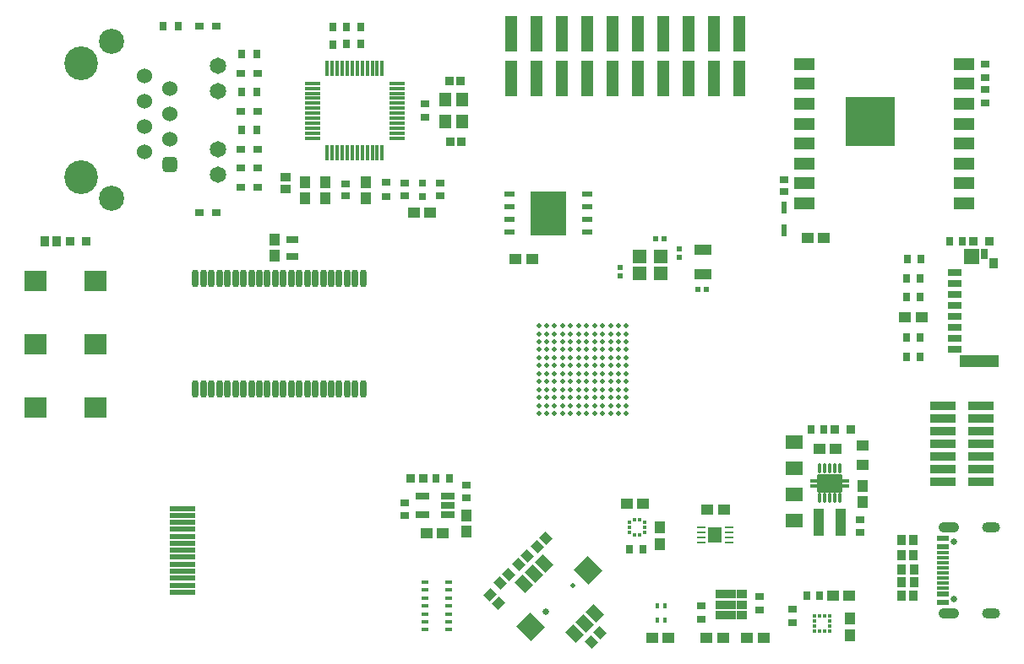
<source format=gts>
G04*
G04 #@! TF.GenerationSoftware,Altium Limited,Altium Designer,24.0.1 (36)*
G04*
G04 Layer_Color=8388736*
%FSLAX44Y44*%
%MOMM*%
G71*
G04*
G04 #@! TF.SameCoordinates,043D453D-7082-4CC0-88CE-E1747F565096*
G04*
G04*
G04 #@! TF.FilePolarity,Negative*
G04*
G01*
G75*
%ADD26R,0.6587X0.8121*%
%ADD35R,0.3000X0.5000*%
%ADD36R,0.7500X0.3500*%
%ADD44R,0.8611X0.2393*%
G04:AMPARAMS|DCode=45|XSize=0.8611mm|YSize=0.2393mm|CornerRadius=0.1196mm|HoleSize=0mm|Usage=FLASHONLY|Rotation=0.000|XOffset=0mm|YOffset=0mm|HoleType=Round|Shape=RoundedRectangle|*
%AMROUNDEDRECTD45*
21,1,0.8611,0.0000,0,0,0.0*
21,1,0.6218,0.2393,0,0,0.0*
1,1,0.2393,0.3109,0.0000*
1,1,0.2393,-0.3109,0.0000*
1,1,0.2393,-0.3109,0.0000*
1,1,0.2393,0.3109,0.0000*
%
%ADD45ROUNDEDRECTD45*%
%ADD50R,1.8000X1.0000*%
%ADD51R,1.2000X1.4000*%
%ADD55R,1.1581X1.0121*%
%ADD56R,1.0121X1.1581*%
%ADD57R,0.8121X0.7581*%
%ADD58R,0.7581X0.8121*%
%ADD59R,0.8065X0.8682*%
%ADD60R,0.6153X0.5725*%
%ADD61R,0.5725X0.6153*%
%ADD62R,1.8000X1.4000*%
%ADD63R,0.8000X0.9000*%
%ADD64R,0.9311X0.8121*%
%ADD65R,0.9000X0.7500*%
%ADD66R,0.9000X0.8000*%
%ADD70R,0.7000X0.6500*%
%ADD73R,1.1500X0.6000*%
%ADD74R,1.1500X0.3000*%
%ADD75R,1.2700X3.6800*%
%ADD78R,0.8121X0.6587*%
%ADD82R,1.2000X1.0000*%
%ADD83R,0.9000X0.8000*%
%ADD84R,0.8000X0.9000*%
%ADD86R,0.8770X0.9770*%
%ADD87R,2.2016X2.1016*%
%ADD88R,1.3500X0.7000*%
%ADD89R,1.5000X1.5500*%
%ADD90R,0.7000X1.1000*%
%ADD91R,0.9500X1.0500*%
%ADD92R,3.8900X1.3000*%
%ADD93R,1.0000X0.9500*%
%ADD94R,0.4020X0.3770*%
%ADD95R,0.3770X0.4020*%
%ADD96R,0.3750X0.3500*%
%ADD97R,0.3500X0.3750*%
%ADD98R,1.3770X0.7770*%
%ADD99C,0.4770*%
G04:AMPARAMS|DCode=100|XSize=0.42mm|YSize=0.99mm|CornerRadius=0.1204mm|HoleSize=0mm|Usage=FLASHONLY|Rotation=180.000|XOffset=0mm|YOffset=0mm|HoleType=Round|Shape=RoundedRectangle|*
%AMROUNDEDRECTD100*
21,1,0.4200,0.7492,0,0,180.0*
21,1,0.1792,0.9900,0,0,180.0*
1,1,0.2408,-0.0896,0.3746*
1,1,0.2408,0.0896,0.3746*
1,1,0.2408,0.0896,-0.3746*
1,1,0.2408,-0.0896,-0.3746*
%
%ADD100ROUNDEDRECTD100*%
G04:AMPARAMS|DCode=101|XSize=1.79mm|YSize=2.54mm|CornerRadius=0.1195mm|HoleSize=0mm|Usage=FLASHONLY|Rotation=90.000|XOffset=0mm|YOffset=0mm|HoleType=Round|Shape=RoundedRectangle|*
%AMROUNDEDRECTD101*
21,1,1.7900,2.3010,0,0,90.0*
21,1,1.5510,2.5400,0,0,90.0*
1,1,0.2390,1.1505,0.7755*
1,1,0.2390,1.1505,-0.7755*
1,1,0.2390,-1.1505,-0.7755*
1,1,0.2390,-1.1505,0.7755*
%
%ADD101ROUNDEDRECTD101*%
%ADD102R,4.9000X4.9000*%
%ADD103R,2.1000X1.3000*%
%ADD104R,1.4000X1.6000*%
%ADD105R,1.0770X0.5770*%
%ADD106R,3.5770X4.4770*%
%ADD107O,0.6770X1.7770*%
%ADD108R,1.4270X1.3270*%
%ADD109R,1.6020X0.4270*%
%ADD110R,0.4270X1.6020*%
%ADD111R,0.6270X1.2270*%
%ADD112R,1.1770X0.7770*%
%ADD113R,2.6000X0.8500*%
%ADD114R,0.9270X0.9270*%
G04:AMPARAMS|DCode=115|XSize=1.477mm|YSize=1.127mm|CornerRadius=0mm|HoleSize=0mm|Usage=FLASHONLY|Rotation=315.000|XOffset=0mm|YOffset=0mm|HoleType=Round|Shape=Rectangle|*
%AMROTATEDRECTD115*
4,1,4,-0.9207,0.1237,-0.1237,0.9207,0.9207,-0.1237,0.1237,-0.9207,-0.9207,0.1237,0.0*
%
%ADD115ROTATEDRECTD115*%

G04:AMPARAMS|DCode=116|XSize=2.127mm|YSize=1.927mm|CornerRadius=0mm|HoleSize=0mm|Usage=FLASHONLY|Rotation=315.000|XOffset=0mm|YOffset=0mm|HoleType=Round|Shape=Rectangle|*
%AMROTATEDRECTD116*
4,1,4,-1.4333,0.0707,-0.0707,1.4333,1.4333,-0.0707,0.0707,-1.4333,-1.4333,0.0707,0.0*
%
%ADD116ROTATEDRECTD116*%

%ADD117R,1.1270X2.8270*%
%ADD118R,2.5032X0.5532*%
G04:AMPARAMS|DCode=119|XSize=0.977mm|YSize=0.877mm|CornerRadius=0mm|HoleSize=0mm|Usage=FLASHONLY|Rotation=315.000|XOffset=0mm|YOffset=0mm|HoleType=Round|Shape=Rectangle|*
%AMROTATEDRECTD119*
4,1,4,-0.6555,0.0354,-0.0354,0.6555,0.6555,-0.0354,0.0354,-0.6555,-0.6555,0.0354,0.0*
%
%ADD119ROTATEDRECTD119*%

G04:AMPARAMS|DCode=120|XSize=0.977mm|YSize=0.877mm|CornerRadius=0mm|HoleSize=0mm|Usage=FLASHONLY|Rotation=45.000|XOffset=0mm|YOffset=0mm|HoleType=Round|Shape=Rectangle|*
%AMROTATEDRECTD120*
4,1,4,-0.0354,-0.6555,-0.6555,-0.0354,0.0354,0.6555,0.6555,0.0354,-0.0354,-0.6555,0.0*
%
%ADD120ROTATEDRECTD120*%

%ADD121R,0.7270X0.9270*%
%ADD122R,0.9770X0.8770*%
%ADD123R,0.8270X0.4070*%
%ADD124C,2.5270*%
%ADD125C,3.3770*%
G04:AMPARAMS|DCode=126|XSize=1.527mm|YSize=1.527mm|CornerRadius=0.4135mm|HoleSize=0mm|Usage=FLASHONLY|Rotation=90.000|XOffset=0mm|YOffset=0mm|HoleType=Round|Shape=RoundedRectangle|*
%AMROUNDEDRECTD126*
21,1,1.5270,0.7000,0,0,90.0*
21,1,0.7000,1.5270,0,0,90.0*
1,1,0.8270,0.3500,0.3500*
1,1,0.8270,0.3500,-0.3500*
1,1,0.8270,-0.3500,-0.3500*
1,1,0.8270,-0.3500,0.3500*
%
%ADD126ROUNDEDRECTD126*%
%ADD127C,1.5270*%
%ADD128C,1.6470*%
%ADD129C,0.5020*%
%ADD130C,0.6520*%
%ADD131C,0.6500*%
G04:AMPARAMS|DCode=132|XSize=1mm|YSize=2.1mm|CornerRadius=0.5mm|HoleSize=0mm|Usage=FLASHONLY|Rotation=90.000|XOffset=0mm|YOffset=0mm|HoleType=Round|Shape=RoundedRectangle|*
%AMROUNDEDRECTD132*
21,1,1.0000,1.1000,0,0,90.0*
21,1,0.0000,2.1000,0,0,90.0*
1,1,1.0000,0.5500,0.0000*
1,1,1.0000,0.5500,0.0000*
1,1,1.0000,-0.5500,0.0000*
1,1,1.0000,-0.5500,0.0000*
%
%ADD132ROUNDEDRECTD132*%
G04:AMPARAMS|DCode=133|XSize=1mm|YSize=1.8mm|CornerRadius=0.5mm|HoleSize=0mm|Usage=FLASHONLY|Rotation=90.000|XOffset=0mm|YOffset=0mm|HoleType=Round|Shape=RoundedRectangle|*
%AMROUNDEDRECTD133*
21,1,1.0000,0.8000,0,0,90.0*
21,1,0.0000,1.8000,0,0,90.0*
1,1,1.0000,0.4000,0.0000*
1,1,1.0000,0.4000,0.0000*
1,1,1.0000,-0.4000,0.0000*
1,1,1.0000,-0.4000,0.0000*
%
%ADD133ROUNDEDRECTD133*%
D26*
X972403Y468630D02*
D03*
X985937D02*
D03*
X972403Y449580D02*
D03*
X985937D02*
D03*
X708660Y256540D02*
D03*
X695126D02*
D03*
X500598Y327025D02*
D03*
X514132D02*
D03*
X973256Y547370D02*
D03*
X986790D02*
D03*
X972403Y528320D02*
D03*
X985937D02*
D03*
Y509270D02*
D03*
X972403D02*
D03*
D35*
X730630Y199390D02*
D03*
X722630D02*
D03*
Y185390D02*
D03*
X730630D02*
D03*
D36*
X513650Y175390D02*
D03*
Y183390D02*
D03*
Y191390D02*
D03*
Y199390D02*
D03*
Y207390D02*
D03*
Y215390D02*
D03*
Y223390D02*
D03*
X489650D02*
D03*
Y215390D02*
D03*
Y207390D02*
D03*
Y199390D02*
D03*
Y191390D02*
D03*
Y183390D02*
D03*
Y175390D02*
D03*
D44*
X766509Y278130D02*
D03*
D45*
Y273130D02*
D03*
Y268130D02*
D03*
Y263130D02*
D03*
X795020D02*
D03*
Y268130D02*
D03*
Y273130D02*
D03*
Y278130D02*
D03*
D50*
X768350Y532130D02*
D03*
Y557130D02*
D03*
D51*
X527540Y685390D02*
D03*
Y707390D02*
D03*
X510540D02*
D03*
Y685390D02*
D03*
D55*
X717520Y167640D02*
D03*
X734060D02*
D03*
X788670D02*
D03*
X772130D02*
D03*
X829310D02*
D03*
X812770D02*
D03*
X692120Y302260D02*
D03*
X708660D02*
D03*
X898510Y209550D02*
D03*
X915050D02*
D03*
X508015Y272415D02*
D03*
X491475D02*
D03*
X901700Y356870D02*
D03*
X885160D02*
D03*
X495300Y594360D02*
D03*
X478760D02*
D03*
X873110Y568960D02*
D03*
X889650D02*
D03*
X987440Y488950D02*
D03*
X970900D02*
D03*
X789320Y295910D02*
D03*
X772780D02*
D03*
X580751Y547429D02*
D03*
X597291D02*
D03*
D56*
X725170Y261590D02*
D03*
Y278130D02*
D03*
X915670Y170180D02*
D03*
Y186720D02*
D03*
X531495Y290195D02*
D03*
Y273655D02*
D03*
X928370Y303500D02*
D03*
Y320040D02*
D03*
X369570Y624840D02*
D03*
Y608300D02*
D03*
X430530Y624840D02*
D03*
Y608300D02*
D03*
X389890Y624840D02*
D03*
Y608300D02*
D03*
X339090Y567070D02*
D03*
Y550530D02*
D03*
D57*
X531495Y307975D02*
D03*
Y320515D02*
D03*
X469265Y302815D02*
D03*
Y290275D02*
D03*
X925830Y285750D02*
D03*
Y273210D02*
D03*
X505460Y623490D02*
D03*
Y610950D02*
D03*
X469900Y623570D02*
D03*
Y611030D02*
D03*
X849630Y614840D02*
D03*
Y627380D02*
D03*
D58*
X872570Y209550D02*
D03*
X885110D02*
D03*
D59*
X488315Y327025D02*
D03*
X475798D02*
D03*
D60*
X721041Y567690D02*
D03*
X729613D02*
D03*
X763589Y516890D02*
D03*
X772160D02*
D03*
D61*
X685800Y538956D02*
D03*
Y530384D02*
D03*
X744617Y558006D02*
D03*
Y549434D02*
D03*
D62*
X859790Y285150D02*
D03*
Y311150D02*
D03*
Y363820D02*
D03*
Y337820D02*
D03*
D63*
X321190Y676910D02*
D03*
X306190D02*
D03*
X242570Y781050D02*
D03*
X227570D02*
D03*
X321070Y753110D02*
D03*
X306070D02*
D03*
X306190Y715010D02*
D03*
X321190D02*
D03*
D64*
X514350Y726440D02*
D03*
X525160D02*
D03*
X526105Y665480D02*
D03*
X515295D02*
D03*
D65*
X410210Y623220D02*
D03*
Y611220D02*
D03*
D66*
X450850Y624720D02*
D03*
Y609720D02*
D03*
D70*
X487680Y610470D02*
D03*
Y623970D02*
D03*
D73*
X1009310Y266950D02*
D03*
Y202950D02*
D03*
Y258950D02*
D03*
Y210950D02*
D03*
D74*
Y252450D02*
D03*
Y247450D02*
D03*
Y242450D02*
D03*
Y237450D02*
D03*
Y232450D02*
D03*
Y227450D02*
D03*
Y222450D02*
D03*
Y217450D02*
D03*
D75*
X576580Y728980D02*
D03*
X601980D02*
D03*
X627380D02*
D03*
X652780D02*
D03*
X678180D02*
D03*
X703580D02*
D03*
X728980D02*
D03*
X754380D02*
D03*
X779780D02*
D03*
X805180D02*
D03*
X576580Y773380D02*
D03*
X601980D02*
D03*
X627380D02*
D03*
X652780D02*
D03*
X678180D02*
D03*
X703580D02*
D03*
X728980D02*
D03*
X754380D02*
D03*
X779780D02*
D03*
X805180D02*
D03*
D78*
X767080Y186273D02*
D03*
Y199807D02*
D03*
X825500Y195580D02*
D03*
Y209114D02*
D03*
X858520Y195997D02*
D03*
Y182463D02*
D03*
X490220Y690046D02*
D03*
Y703580D02*
D03*
X1051560Y729416D02*
D03*
Y742950D02*
D03*
Y704433D02*
D03*
Y717967D02*
D03*
D82*
X928370Y360520D02*
D03*
Y340520D02*
D03*
D83*
X305580Y638810D02*
D03*
X322580D02*
D03*
X305190Y657860D02*
D03*
X322190D02*
D03*
Y619760D02*
D03*
X305190D02*
D03*
X263670Y594070D02*
D03*
X280670D02*
D03*
X263670Y781050D02*
D03*
X280670D02*
D03*
X322190Y695960D02*
D03*
X305190D02*
D03*
X322190Y734060D02*
D03*
X305190D02*
D03*
D84*
X397510Y762880D02*
D03*
Y779880D02*
D03*
X411480Y763270D02*
D03*
Y780270D02*
D03*
X425450Y763270D02*
D03*
Y780270D02*
D03*
D86*
X979170Y250190D02*
D03*
X967170D02*
D03*
X979740Y209550D02*
D03*
X967740D02*
D03*
X980590Y236220D02*
D03*
X967590D02*
D03*
X980590Y223520D02*
D03*
X967590D02*
D03*
X979740Y265430D02*
D03*
X967740D02*
D03*
X108650Y565150D02*
D03*
X120650D02*
D03*
D87*
X99540Y462280D02*
D03*
X159540D02*
D03*
X99540Y525780D02*
D03*
X159540D02*
D03*
X99540Y398780D02*
D03*
X159540D02*
D03*
D88*
X1020508Y533921D02*
D03*
Y522923D02*
D03*
Y511922D02*
D03*
Y500922D02*
D03*
Y489921D02*
D03*
Y478923D02*
D03*
Y467922D02*
D03*
Y456921D02*
D03*
D89*
X1037759Y550170D02*
D03*
D90*
X1050259Y552420D02*
D03*
D91*
X1060010Y543169D02*
D03*
D92*
X1045308Y445420D02*
D03*
D93*
X796630Y200660D02*
D03*
Y211160D02*
D03*
X807130D02*
D03*
Y200660D02*
D03*
Y190160D02*
D03*
X796630D02*
D03*
X786130D02*
D03*
Y200660D02*
D03*
Y211160D02*
D03*
D94*
X709930Y283130D02*
D03*
Y278130D02*
D03*
Y273130D02*
D03*
X694690D02*
D03*
Y278130D02*
D03*
Y283130D02*
D03*
D95*
X704810Y270500D02*
D03*
X699810D02*
D03*
Y285760D02*
D03*
X704810D02*
D03*
D96*
X895395Y184115D02*
D03*
Y179115D02*
D03*
X880145D02*
D03*
Y184115D02*
D03*
X895395Y174115D02*
D03*
X880145D02*
D03*
X895395Y189115D02*
D03*
X880145D02*
D03*
D97*
X890270Y173990D02*
D03*
X885270D02*
D03*
X890270Y189240D02*
D03*
X885270D02*
D03*
D98*
X512445Y290955D02*
D03*
Y300355D02*
D03*
Y309755D02*
D03*
X487445D02*
D03*
Y290955D02*
D03*
D99*
X603890Y392440D02*
D03*
Y400440D02*
D03*
Y408440D02*
D03*
Y416440D02*
D03*
Y424440D02*
D03*
Y432440D02*
D03*
Y440440D02*
D03*
Y448440D02*
D03*
Y456440D02*
D03*
Y464440D02*
D03*
Y472440D02*
D03*
Y480440D02*
D03*
X611890Y392440D02*
D03*
Y400440D02*
D03*
Y408440D02*
D03*
Y416440D02*
D03*
Y424440D02*
D03*
Y432440D02*
D03*
Y440440D02*
D03*
Y448440D02*
D03*
Y456440D02*
D03*
Y464440D02*
D03*
Y472440D02*
D03*
Y480440D02*
D03*
X619890Y392440D02*
D03*
Y400440D02*
D03*
Y408440D02*
D03*
Y416440D02*
D03*
Y424440D02*
D03*
Y432440D02*
D03*
Y440440D02*
D03*
Y448440D02*
D03*
Y456440D02*
D03*
Y464440D02*
D03*
Y472440D02*
D03*
Y480440D02*
D03*
X627890Y392440D02*
D03*
Y400440D02*
D03*
Y408440D02*
D03*
Y416440D02*
D03*
Y424440D02*
D03*
Y432440D02*
D03*
Y440440D02*
D03*
Y448440D02*
D03*
Y456440D02*
D03*
Y464440D02*
D03*
Y472440D02*
D03*
Y480440D02*
D03*
X635890Y392440D02*
D03*
Y400440D02*
D03*
Y408440D02*
D03*
Y416440D02*
D03*
Y424440D02*
D03*
Y432440D02*
D03*
Y440440D02*
D03*
Y448440D02*
D03*
Y456440D02*
D03*
Y464440D02*
D03*
Y472440D02*
D03*
Y480440D02*
D03*
X643890Y392440D02*
D03*
Y400440D02*
D03*
Y408440D02*
D03*
Y416440D02*
D03*
Y424440D02*
D03*
Y432440D02*
D03*
Y440440D02*
D03*
Y448440D02*
D03*
Y456440D02*
D03*
Y464440D02*
D03*
Y472440D02*
D03*
Y480440D02*
D03*
X651890Y392440D02*
D03*
Y400440D02*
D03*
Y408440D02*
D03*
Y416440D02*
D03*
Y424440D02*
D03*
Y432440D02*
D03*
Y440440D02*
D03*
Y448440D02*
D03*
Y456440D02*
D03*
Y464440D02*
D03*
Y472440D02*
D03*
Y480440D02*
D03*
X659890Y392440D02*
D03*
Y400440D02*
D03*
Y408440D02*
D03*
Y416440D02*
D03*
Y424440D02*
D03*
Y432440D02*
D03*
Y440440D02*
D03*
Y448440D02*
D03*
Y456440D02*
D03*
Y464440D02*
D03*
Y472440D02*
D03*
Y480440D02*
D03*
X667890Y392440D02*
D03*
Y400440D02*
D03*
Y408440D02*
D03*
Y416440D02*
D03*
Y424440D02*
D03*
Y432440D02*
D03*
Y440440D02*
D03*
Y448440D02*
D03*
Y456440D02*
D03*
Y464440D02*
D03*
Y472440D02*
D03*
Y480440D02*
D03*
X675890Y392440D02*
D03*
Y400440D02*
D03*
Y408440D02*
D03*
Y416440D02*
D03*
Y424440D02*
D03*
Y432440D02*
D03*
Y440440D02*
D03*
Y448440D02*
D03*
Y456440D02*
D03*
Y464440D02*
D03*
Y472440D02*
D03*
Y480440D02*
D03*
X683890Y392440D02*
D03*
Y400440D02*
D03*
Y408440D02*
D03*
Y416440D02*
D03*
Y424440D02*
D03*
Y432440D02*
D03*
Y440440D02*
D03*
Y448440D02*
D03*
Y456440D02*
D03*
Y464440D02*
D03*
Y472440D02*
D03*
Y480440D02*
D03*
X691890Y392440D02*
D03*
Y400440D02*
D03*
Y408440D02*
D03*
Y416440D02*
D03*
Y424440D02*
D03*
Y432440D02*
D03*
Y440440D02*
D03*
Y448440D02*
D03*
Y456440D02*
D03*
Y464440D02*
D03*
Y472440D02*
D03*
Y480440D02*
D03*
D100*
X885350Y337330D02*
D03*
X890350D02*
D03*
X895350D02*
D03*
X900350D02*
D03*
X905350D02*
D03*
Y307830D02*
D03*
X900350D02*
D03*
X895350D02*
D03*
X890350D02*
D03*
X885350D02*
D03*
D101*
X895350Y322580D02*
D03*
D102*
X936449Y685750D02*
D03*
D103*
X1029948Y743250D02*
D03*
Y723250D02*
D03*
Y703250D02*
D03*
Y683250D02*
D03*
Y663250D02*
D03*
Y643250D02*
D03*
Y623250D02*
D03*
Y603250D02*
D03*
X869950D02*
D03*
Y623250D02*
D03*
Y643250D02*
D03*
Y663250D02*
D03*
Y683250D02*
D03*
Y703250D02*
D03*
Y723250D02*
D03*
Y743250D02*
D03*
D104*
X780765Y270630D02*
D03*
D105*
X652726Y574520D02*
D03*
Y587220D02*
D03*
Y599920D02*
D03*
Y612620D02*
D03*
X574726D02*
D03*
Y599920D02*
D03*
Y587220D02*
D03*
Y574520D02*
D03*
D106*
X613726Y593570D02*
D03*
D107*
X259980Y416820D02*
D03*
X267980D02*
D03*
X275980D02*
D03*
X283980D02*
D03*
X291980D02*
D03*
X299980D02*
D03*
X307980D02*
D03*
X315980D02*
D03*
X323980D02*
D03*
X331980D02*
D03*
X339980D02*
D03*
X347980D02*
D03*
X355980D02*
D03*
X363980D02*
D03*
X371980D02*
D03*
X379980D02*
D03*
X387980D02*
D03*
X395980D02*
D03*
X403980D02*
D03*
X411980D02*
D03*
X419980D02*
D03*
X427980D02*
D03*
X259980Y528320D02*
D03*
X267980D02*
D03*
X275980D02*
D03*
X283980D02*
D03*
X291980D02*
D03*
X299980D02*
D03*
X307980D02*
D03*
X315980D02*
D03*
X323980D02*
D03*
X331980D02*
D03*
X339980D02*
D03*
X347980D02*
D03*
X355980D02*
D03*
X363980D02*
D03*
X371980D02*
D03*
X379980D02*
D03*
X387980D02*
D03*
X395980D02*
D03*
X403980D02*
D03*
X411980D02*
D03*
X419980D02*
D03*
X427980D02*
D03*
D108*
X704850Y532910D02*
D03*
X725850D02*
D03*
Y549910D02*
D03*
X704850D02*
D03*
D109*
X377190Y723740D02*
D03*
Y718740D02*
D03*
Y713740D02*
D03*
Y708740D02*
D03*
Y703740D02*
D03*
Y698740D02*
D03*
Y693740D02*
D03*
Y688740D02*
D03*
Y683740D02*
D03*
Y678740D02*
D03*
Y673740D02*
D03*
Y668740D02*
D03*
X461950D02*
D03*
Y673740D02*
D03*
Y678740D02*
D03*
Y683740D02*
D03*
Y688740D02*
D03*
Y693740D02*
D03*
Y698740D02*
D03*
Y703740D02*
D03*
Y708740D02*
D03*
Y713740D02*
D03*
Y718740D02*
D03*
Y723740D02*
D03*
D110*
X392070Y653860D02*
D03*
X397070D02*
D03*
X402070D02*
D03*
X407070D02*
D03*
X412070D02*
D03*
X417070D02*
D03*
X422070D02*
D03*
X427070D02*
D03*
X432070D02*
D03*
X437070D02*
D03*
X442070D02*
D03*
X447070D02*
D03*
Y738620D02*
D03*
X442070D02*
D03*
X437070D02*
D03*
X432070D02*
D03*
X427070D02*
D03*
X422070D02*
D03*
X417070D02*
D03*
X412070D02*
D03*
X407070D02*
D03*
X402070D02*
D03*
X397070D02*
D03*
X392070D02*
D03*
D111*
X849630Y576440D02*
D03*
Y599440D02*
D03*
D112*
X356870Y567300D02*
D03*
Y550300D02*
D03*
D113*
X1008680Y400050D02*
D03*
X1046680D02*
D03*
X1008680Y387350D02*
D03*
X1046680D02*
D03*
X1008680Y374650D02*
D03*
X1046680D02*
D03*
X1008680Y361950D02*
D03*
X1046680D02*
D03*
X1008680Y349250D02*
D03*
X1046680D02*
D03*
X1008680Y336550D02*
D03*
X1046680D02*
D03*
Y323850D02*
D03*
X1008679D02*
D03*
D114*
X134240Y565150D02*
D03*
X150240D02*
D03*
X900430Y376300D02*
D03*
X916430D02*
D03*
X1039750Y565150D02*
D03*
X1055750D02*
D03*
D115*
X609433Y242051D02*
D03*
X599356Y231975D02*
D03*
X589280Y221899D02*
D03*
X659991Y191493D02*
D03*
X649914Y181417D02*
D03*
X639838Y171341D02*
D03*
D116*
X653273Y235334D02*
D03*
X595998Y178058D02*
D03*
D117*
X906350Y283210D02*
D03*
X884350D02*
D03*
D118*
X246704Y220154D02*
D03*
Y241155D02*
D03*
Y297154D02*
D03*
Y213154D02*
D03*
Y234155D02*
D03*
Y227155D02*
D03*
Y248155D02*
D03*
Y255153D02*
D03*
Y262153D02*
D03*
Y269153D02*
D03*
Y276154D02*
D03*
Y290154D02*
D03*
Y283154D02*
D03*
D119*
X610870Y267619D02*
D03*
X602385Y259133D02*
D03*
X656590Y163479D02*
D03*
X665075Y171964D02*
D03*
X574040Y230789D02*
D03*
X565555Y222304D02*
D03*
X584200Y240949D02*
D03*
X592685Y249434D02*
D03*
D120*
X554990Y210469D02*
D03*
X563475Y201984D02*
D03*
D121*
X876530Y376300D02*
D03*
X889530D02*
D03*
X1028850Y565150D02*
D03*
X1015850D02*
D03*
D122*
X350520Y617570D02*
D03*
Y629570D02*
D03*
D123*
X910938Y320080D02*
D03*
Y325080D02*
D03*
X879938D02*
D03*
Y320080D02*
D03*
D124*
X175831Y766070D02*
D03*
Y608070D02*
D03*
D125*
X145331Y744220D02*
D03*
Y629920D02*
D03*
D126*
X234231Y642620D02*
D03*
D127*
Y668020D02*
D03*
Y693420D02*
D03*
Y718820D02*
D03*
X208831Y731520D02*
D03*
Y706120D02*
D03*
Y680720D02*
D03*
Y655320D02*
D03*
D128*
X282531Y632420D02*
D03*
Y741720D02*
D03*
Y657820D02*
D03*
Y716320D02*
D03*
D129*
X638070Y220131D02*
D03*
D130*
X611200Y193261D02*
D03*
D131*
X1020060Y263850D02*
D03*
Y206050D02*
D03*
D132*
X1015060Y278150D02*
D03*
Y191750D02*
D03*
D133*
X1056860Y278150D02*
D03*
Y191750D02*
D03*
M02*

</source>
